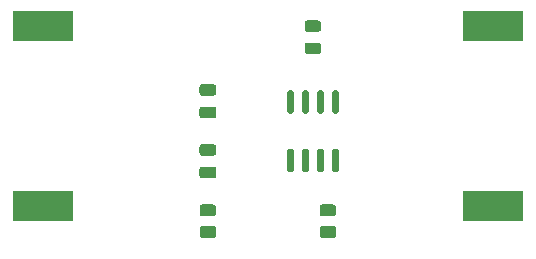
<source format=gbr>
%TF.GenerationSoftware,KiCad,Pcbnew,(5.1.10)-1*%
%TF.CreationDate,2021-10-03T20:45:00-07:00*%
%TF.ProjectId,IntroProject,496e7472-6f50-4726-9f6a-6563742e6b69,rev?*%
%TF.SameCoordinates,Original*%
%TF.FileFunction,Paste,Top*%
%TF.FilePolarity,Positive*%
%FSLAX46Y46*%
G04 Gerber Fmt 4.6, Leading zero omitted, Abs format (unit mm)*
G04 Created by KiCad (PCBNEW (5.1.10)-1) date 2021-10-03 20:45:00*
%MOMM*%
%LPD*%
G01*
G04 APERTURE LIST*
%ADD10R,5.100000X2.500000*%
G04 APERTURE END LIST*
D10*
%TO.C,BT1*%
X139700000Y-99040000D03*
X139700000Y-83840000D03*
%TD*%
%TO.C,BT2*%
X177800000Y-83840000D03*
X177800000Y-99040000D03*
%TD*%
%TO.C,C1*%
G36*
G01*
X154145000Y-89720000D02*
X153195000Y-89720000D01*
G75*
G02*
X152945000Y-89470000I0J250000D01*
G01*
X152945000Y-88970000D01*
G75*
G02*
X153195000Y-88720000I250000J0D01*
G01*
X154145000Y-88720000D01*
G75*
G02*
X154395000Y-88970000I0J-250000D01*
G01*
X154395000Y-89470000D01*
G75*
G02*
X154145000Y-89720000I-250000J0D01*
G01*
G37*
G36*
G01*
X154145000Y-91620000D02*
X153195000Y-91620000D01*
G75*
G02*
X152945000Y-91370000I0J250000D01*
G01*
X152945000Y-90870000D01*
G75*
G02*
X153195000Y-90620000I250000J0D01*
G01*
X154145000Y-90620000D01*
G75*
G02*
X154395000Y-90870000I0J-250000D01*
G01*
X154395000Y-91370000D01*
G75*
G02*
X154145000Y-91620000I-250000J0D01*
G01*
G37*
%TD*%
%TO.C,C2*%
G36*
G01*
X154145000Y-96700000D02*
X153195000Y-96700000D01*
G75*
G02*
X152945000Y-96450000I0J250000D01*
G01*
X152945000Y-95950000D01*
G75*
G02*
X153195000Y-95700000I250000J0D01*
G01*
X154145000Y-95700000D01*
G75*
G02*
X154395000Y-95950000I0J-250000D01*
G01*
X154395000Y-96450000D01*
G75*
G02*
X154145000Y-96700000I-250000J0D01*
G01*
G37*
G36*
G01*
X154145000Y-94800000D02*
X153195000Y-94800000D01*
G75*
G02*
X152945000Y-94550000I0J250000D01*
G01*
X152945000Y-94050000D01*
G75*
G02*
X153195000Y-93800000I250000J0D01*
G01*
X154145000Y-93800000D01*
G75*
G02*
X154395000Y-94050000I0J-250000D01*
G01*
X154395000Y-94550000D01*
G75*
G02*
X154145000Y-94800000I-250000J0D01*
G01*
G37*
%TD*%
%TO.C,D1*%
G36*
G01*
X163016250Y-86182500D02*
X162103750Y-86182500D01*
G75*
G02*
X161860000Y-85938750I0J243750D01*
G01*
X161860000Y-85451250D01*
G75*
G02*
X162103750Y-85207500I243750J0D01*
G01*
X163016250Y-85207500D01*
G75*
G02*
X163260000Y-85451250I0J-243750D01*
G01*
X163260000Y-85938750D01*
G75*
G02*
X163016250Y-86182500I-243750J0D01*
G01*
G37*
G36*
G01*
X163016250Y-84307500D02*
X162103750Y-84307500D01*
G75*
G02*
X161860000Y-84063750I0J243750D01*
G01*
X161860000Y-83576250D01*
G75*
G02*
X162103750Y-83332500I243750J0D01*
G01*
X163016250Y-83332500D01*
G75*
G02*
X163260000Y-83576250I0J-243750D01*
G01*
X163260000Y-84063750D01*
G75*
G02*
X163016250Y-84307500I-243750J0D01*
G01*
G37*
%TD*%
%TO.C,R1*%
G36*
G01*
X164280001Y-101755000D02*
X163379999Y-101755000D01*
G75*
G02*
X163130000Y-101505001I0J249999D01*
G01*
X163130000Y-100979999D01*
G75*
G02*
X163379999Y-100730000I249999J0D01*
G01*
X164280001Y-100730000D01*
G75*
G02*
X164530000Y-100979999I0J-249999D01*
G01*
X164530000Y-101505001D01*
G75*
G02*
X164280001Y-101755000I-249999J0D01*
G01*
G37*
G36*
G01*
X164280001Y-99930000D02*
X163379999Y-99930000D01*
G75*
G02*
X163130000Y-99680001I0J249999D01*
G01*
X163130000Y-99154999D01*
G75*
G02*
X163379999Y-98905000I249999J0D01*
G01*
X164280001Y-98905000D01*
G75*
G02*
X164530000Y-99154999I0J-249999D01*
G01*
X164530000Y-99680001D01*
G75*
G02*
X164280001Y-99930000I-249999J0D01*
G01*
G37*
%TD*%
%TO.C,R2*%
G36*
G01*
X154120001Y-99930000D02*
X153219999Y-99930000D01*
G75*
G02*
X152970000Y-99680001I0J249999D01*
G01*
X152970000Y-99154999D01*
G75*
G02*
X153219999Y-98905000I249999J0D01*
G01*
X154120001Y-98905000D01*
G75*
G02*
X154370000Y-99154999I0J-249999D01*
G01*
X154370000Y-99680001D01*
G75*
G02*
X154120001Y-99930000I-249999J0D01*
G01*
G37*
G36*
G01*
X154120001Y-101755000D02*
X153219999Y-101755000D01*
G75*
G02*
X152970000Y-101505001I0J249999D01*
G01*
X152970000Y-100979999D01*
G75*
G02*
X153219999Y-100730000I249999J0D01*
G01*
X154120001Y-100730000D01*
G75*
G02*
X154370000Y-100979999I0J-249999D01*
G01*
X154370000Y-101505001D01*
G75*
G02*
X154120001Y-101755000I-249999J0D01*
G01*
G37*
%TD*%
%TO.C,U1*%
G36*
G01*
X164315000Y-89260000D02*
X164615000Y-89260000D01*
G75*
G02*
X164765000Y-89410000I0J-150000D01*
G01*
X164765000Y-91060000D01*
G75*
G02*
X164615000Y-91210000I-150000J0D01*
G01*
X164315000Y-91210000D01*
G75*
G02*
X164165000Y-91060000I0J150000D01*
G01*
X164165000Y-89410000D01*
G75*
G02*
X164315000Y-89260000I150000J0D01*
G01*
G37*
G36*
G01*
X163045000Y-89260000D02*
X163345000Y-89260000D01*
G75*
G02*
X163495000Y-89410000I0J-150000D01*
G01*
X163495000Y-91060000D01*
G75*
G02*
X163345000Y-91210000I-150000J0D01*
G01*
X163045000Y-91210000D01*
G75*
G02*
X162895000Y-91060000I0J150000D01*
G01*
X162895000Y-89410000D01*
G75*
G02*
X163045000Y-89260000I150000J0D01*
G01*
G37*
G36*
G01*
X161775000Y-89260000D02*
X162075000Y-89260000D01*
G75*
G02*
X162225000Y-89410000I0J-150000D01*
G01*
X162225000Y-91060000D01*
G75*
G02*
X162075000Y-91210000I-150000J0D01*
G01*
X161775000Y-91210000D01*
G75*
G02*
X161625000Y-91060000I0J150000D01*
G01*
X161625000Y-89410000D01*
G75*
G02*
X161775000Y-89260000I150000J0D01*
G01*
G37*
G36*
G01*
X160505000Y-89260000D02*
X160805000Y-89260000D01*
G75*
G02*
X160955000Y-89410000I0J-150000D01*
G01*
X160955000Y-91060000D01*
G75*
G02*
X160805000Y-91210000I-150000J0D01*
G01*
X160505000Y-91210000D01*
G75*
G02*
X160355000Y-91060000I0J150000D01*
G01*
X160355000Y-89410000D01*
G75*
G02*
X160505000Y-89260000I150000J0D01*
G01*
G37*
G36*
G01*
X160505000Y-94210000D02*
X160805000Y-94210000D01*
G75*
G02*
X160955000Y-94360000I0J-150000D01*
G01*
X160955000Y-96010000D01*
G75*
G02*
X160805000Y-96160000I-150000J0D01*
G01*
X160505000Y-96160000D01*
G75*
G02*
X160355000Y-96010000I0J150000D01*
G01*
X160355000Y-94360000D01*
G75*
G02*
X160505000Y-94210000I150000J0D01*
G01*
G37*
G36*
G01*
X161775000Y-94210000D02*
X162075000Y-94210000D01*
G75*
G02*
X162225000Y-94360000I0J-150000D01*
G01*
X162225000Y-96010000D01*
G75*
G02*
X162075000Y-96160000I-150000J0D01*
G01*
X161775000Y-96160000D01*
G75*
G02*
X161625000Y-96010000I0J150000D01*
G01*
X161625000Y-94360000D01*
G75*
G02*
X161775000Y-94210000I150000J0D01*
G01*
G37*
G36*
G01*
X163045000Y-94210000D02*
X163345000Y-94210000D01*
G75*
G02*
X163495000Y-94360000I0J-150000D01*
G01*
X163495000Y-96010000D01*
G75*
G02*
X163345000Y-96160000I-150000J0D01*
G01*
X163045000Y-96160000D01*
G75*
G02*
X162895000Y-96010000I0J150000D01*
G01*
X162895000Y-94360000D01*
G75*
G02*
X163045000Y-94210000I150000J0D01*
G01*
G37*
G36*
G01*
X164315000Y-94210000D02*
X164615000Y-94210000D01*
G75*
G02*
X164765000Y-94360000I0J-150000D01*
G01*
X164765000Y-96010000D01*
G75*
G02*
X164615000Y-96160000I-150000J0D01*
G01*
X164315000Y-96160000D01*
G75*
G02*
X164165000Y-96010000I0J150000D01*
G01*
X164165000Y-94360000D01*
G75*
G02*
X164315000Y-94210000I150000J0D01*
G01*
G37*
%TD*%
M02*

</source>
